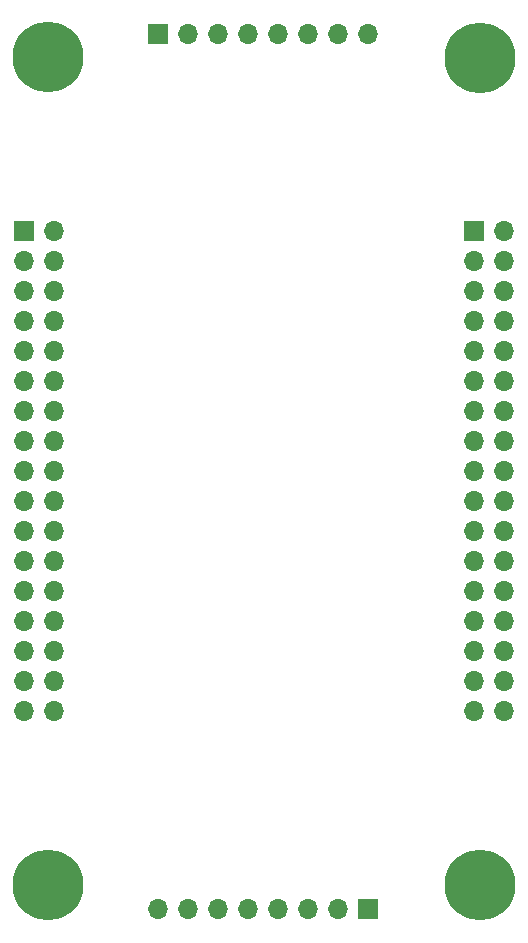
<source format=gbr>
%TF.GenerationSoftware,KiCad,Pcbnew,(5.1.10-1-10_14)*%
%TF.CreationDate,2021-08-24T00:58:23-04:00*%
%TF.ProjectId,breadboard-prototype-bus,62726561-6462-46f6-9172-642d70726f74,rev?*%
%TF.SameCoordinates,Original*%
%TF.FileFunction,Soldermask,Top*%
%TF.FilePolarity,Negative*%
%FSLAX46Y46*%
G04 Gerber Fmt 4.6, Leading zero omitted, Abs format (unit mm)*
G04 Created by KiCad (PCBNEW (5.1.10-1-10_14)) date 2021-08-24 00:58:23*
%MOMM*%
%LPD*%
G01*
G04 APERTURE LIST*
%ADD10C,6.000000*%
%ADD11C,0.800000*%
%ADD12O,1.700000X1.700000*%
%ADD13R,1.700000X1.700000*%
G04 APERTURE END LIST*
D10*
%TO.C,REF\u002A\u002A*%
X102610000Y-134590000D03*
D11*
X104860000Y-134590000D03*
X104200990Y-136180990D03*
X102610000Y-136840000D03*
X101019010Y-136180990D03*
X100360000Y-134590000D03*
X101019010Y-132999010D03*
X102610000Y-132340000D03*
X104200990Y-132999010D03*
%TD*%
%TO.C,REF\u002A\u002A*%
X67634990Y-132989010D03*
X66044000Y-132330000D03*
X64453010Y-132989010D03*
X63794000Y-134580000D03*
X64453010Y-136170990D03*
X66044000Y-136830000D03*
X67634990Y-136170990D03*
X68294000Y-134580000D03*
D10*
X66044000Y-134580000D03*
%TD*%
%TO.C,REF\u002A\u002A*%
X66044000Y-64520000D03*
D11*
X68294000Y-64520000D03*
X67634990Y-66110990D03*
X66044000Y-66770000D03*
X64453010Y-66110990D03*
X63794000Y-64520000D03*
X64453010Y-62929010D03*
X66044000Y-62270000D03*
X67634990Y-62929010D03*
%TD*%
%TO.C,REF\u002A\u002A*%
X104200990Y-62939010D03*
X102610000Y-62280000D03*
X101019010Y-62939010D03*
X100360000Y-64530000D03*
X101019010Y-66120990D03*
X102610000Y-66780000D03*
X104200990Y-66120990D03*
X104860000Y-64530000D03*
D10*
X102610000Y-64530000D03*
%TD*%
D12*
%TO.C,J4*%
X75320000Y-136590000D03*
X77860000Y-136590000D03*
X80400000Y-136590000D03*
X82940000Y-136590000D03*
X85480000Y-136590000D03*
X88020000Y-136590000D03*
X90560000Y-136590000D03*
D13*
X93100000Y-136590000D03*
%TD*%
D12*
%TO.C,J3*%
X93110000Y-62530000D03*
X90570000Y-62530000D03*
X88030000Y-62530000D03*
X85490000Y-62530000D03*
X82950000Y-62530000D03*
X80410000Y-62530000D03*
X77870000Y-62530000D03*
D13*
X75330000Y-62530000D03*
%TD*%
D12*
%TO.C,J2*%
X66548000Y-119888000D03*
X64008000Y-119888000D03*
X66548000Y-117348000D03*
X64008000Y-117348000D03*
X66548000Y-114808000D03*
X64008000Y-114808000D03*
X66548000Y-112268000D03*
X64008000Y-112268000D03*
X66548000Y-109728000D03*
X64008000Y-109728000D03*
X66548000Y-107188000D03*
X64008000Y-107188000D03*
X66548000Y-104648000D03*
X64008000Y-104648000D03*
X66548000Y-102108000D03*
X64008000Y-102108000D03*
X66548000Y-99568000D03*
X64008000Y-99568000D03*
X66548000Y-97028000D03*
X64008000Y-97028000D03*
X66548000Y-94488000D03*
X64008000Y-94488000D03*
X66548000Y-91948000D03*
X64008000Y-91948000D03*
X66548000Y-89408000D03*
X64008000Y-89408000D03*
X66548000Y-86868000D03*
X64008000Y-86868000D03*
X66548000Y-84328000D03*
X64008000Y-84328000D03*
X66548000Y-81788000D03*
X64008000Y-81788000D03*
X66548000Y-79248000D03*
D13*
X64008000Y-79248000D03*
%TD*%
D12*
%TO.C,J1*%
X104648000Y-119888000D03*
X102108000Y-119888000D03*
X104648000Y-117348000D03*
X102108000Y-117348000D03*
X104648000Y-114808000D03*
X102108000Y-114808000D03*
X104648000Y-112268000D03*
X102108000Y-112268000D03*
X104648000Y-109728000D03*
X102108000Y-109728000D03*
X104648000Y-107188000D03*
X102108000Y-107188000D03*
X104648000Y-104648000D03*
X102108000Y-104648000D03*
X104648000Y-102108000D03*
X102108000Y-102108000D03*
X104648000Y-99568000D03*
X102108000Y-99568000D03*
X104648000Y-97028000D03*
X102108000Y-97028000D03*
X104648000Y-94488000D03*
X102108000Y-94488000D03*
X104648000Y-91948000D03*
X102108000Y-91948000D03*
X104648000Y-89408000D03*
X102108000Y-89408000D03*
X104648000Y-86868000D03*
X102108000Y-86868000D03*
X104648000Y-84328000D03*
X102108000Y-84328000D03*
X104648000Y-81788000D03*
X102108000Y-81788000D03*
X104648000Y-79248000D03*
D13*
X102108000Y-79248000D03*
%TD*%
M02*

</source>
